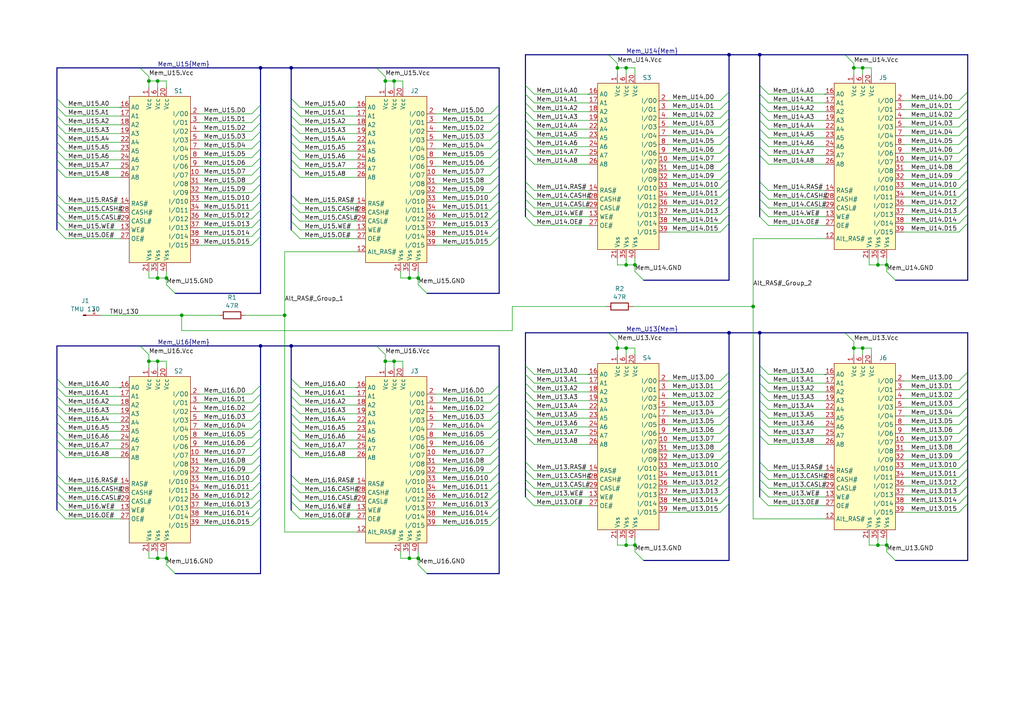
<source format=kicad_sch>
(kicad_sch (version 20230121) (generator eeschema)
  (paper "A4")
  (title_block (title "Diamond Monster 3D RAM Expansion TMU Board") (date "2023-09-15") (company "Jeff Chen"))
  (bus_alias "Mem" (members "Vcc" "GND" "A[0..8]" "D[0..15]" "RAS#" "CASH#" "CASL#" "WE#" "OE#"))
  (junction (at 247.65 100.965))
  (junction (at 45.72 104.775))
  (junction (at 218.44 88.9))
  (junction (at 181.61 19.685))
  (junction (at 184.15 158.115))
  (junction (at 75.565 100.33))
  (junction (at 114.3 104.775))
  (junction (at 220.345 96.52))
  (junction (at 45.72 161.925))
  (junction (at 257.175 76.835))
  (junction (at 121.285 161.925))
  (junction (at 250.19 19.685))
  (junction (at 45.72 80.645))
  (junction (at 84.455 19.685))
  (junction (at 181.61 100.965))
  (junction (at 84.455 100.33))
  (junction (at 179.07 19.685))
  (junction (at 179.07 100.965))
  (junction (at 211.455 15.875))
  (junction (at 181.61 76.835))
  (junction (at 257.175 158.115))
  (junction (at 181.61 158.115))
  (junction (at 111.76 23.495))
  (junction (at 211.455 96.52))
  (junction (at 250.19 100.965))
  (junction (at 118.745 80.645))
  (junction (at 247.65 19.685))
  (junction (at 43.18 104.775))
  (junction (at 111.76 104.775))
  (junction (at 52.705 91.44))
  (junction (at 45.72 23.495))
  (junction (at 48.26 161.925))
  (junction (at 82.55 91.44))
  (junction (at 220.345 15.875))
  (junction (at 184.15 76.835))
  (junction (at 75.565 19.685))
  (junction (at 121.285 80.645))
  (junction (at 118.745 161.925))
  (junction (at 254.635 158.115))
  (junction (at 114.3 23.495))
  (junction (at 254.635 76.835))
  (junction (at 48.26 80.645))
  (junction (at 43.18 23.495))
  (bus_entry (at 40.64 19.685) (size 2.54 2.54))
  (bus_entry (at 142.24 48.26) (size 2.54 -2.54))
  (bus_entry (at 222.885 37.465) (size -2.54 -2.54))
  (bus_entry (at 121.285 163.83) (size 2.54 2.54))
  (bus_entry (at 152.4 32.385) (size 2.54 2.54))
  (bus_entry (at 211.455 26.67) (size -2.54 2.54))
  (bus_entry (at 176.53 96.52) (size 2.54 2.54))
  (bus_entry (at 75.565 149.86) (size -2.54 2.54))
  (bus_entry (at 86.995 66.675) (size -2.54 -2.54))
  (bus_entry (at 142.24 53.34) (size 2.54 -2.54))
  (bus_entry (at 278.13 113.03) (size 2.54 -2.54))
  (bus_entry (at 211.455 118.11) (size -2.54 2.54))
  (bus_entry (at 245.11 15.875) (size 2.54 2.54))
  (bus_entry (at 278.13 146.05) (size 2.54 -2.54))
  (bus_entry (at 278.13 31.75) (size 2.54 -2.54))
  (bus_entry (at 211.455 36.83) (size -2.54 2.54))
  (bus_entry (at 211.455 62.23) (size -2.54 2.54))
  (bus_entry (at 211.455 120.65) (size -2.54 2.54))
  (bus_entry (at 152.4 121.285) (size 2.54 2.54))
  (bus_entry (at 142.24 38.1) (size 2.54 -2.54))
  (bus_entry (at 109.22 19.685) (size 2.54 2.54))
  (bus_entry (at 152.4 40.005) (size 2.54 2.54))
  (bus_entry (at 16.51 33.655) (size 2.54 2.54))
  (bus_entry (at 16.51 59.055) (size 2.54 2.54))
  (bus_entry (at 86.995 31.115) (size -2.54 -2.54))
  (bus_entry (at 278.13 59.69) (size 2.54 -2.54))
  (bus_entry (at 75.565 63.5) (size -2.54 2.54))
  (bus_entry (at 222.885 141.605) (size -2.54 -2.54))
  (bus_entry (at 152.4 141.605) (size 2.54 2.54))
  (bus_entry (at 152.4 118.745) (size 2.54 2.54))
  (bus_entry (at 142.24 129.54) (size 2.54 -2.54))
  (bus_entry (at 75.565 58.42) (size -2.54 2.54))
  (bus_entry (at 152.4 106.045) (size 2.54 2.54))
  (bus_entry (at 16.51 109.855) (size 2.54 2.54))
  (bus_entry (at 142.24 45.72) (size 2.54 -2.54))
  (bus_entry (at 75.565 116.84) (size -2.54 2.54))
  (bus_entry (at 86.995 43.815) (size -2.54 -2.54))
  (bus_entry (at 109.22 100.33) (size 2.54 2.54))
  (bus_entry (at 75.565 132.08) (size -2.54 2.54))
  (bus_entry (at 16.51 36.195) (size 2.54 2.54))
  (bus_entry (at 75.565 40.64) (size -2.54 2.54))
  (bus_entry (at 142.24 127) (size 2.54 -2.54))
  (bus_entry (at 211.455 41.91) (size -2.54 2.54))
  (bus_entry (at 16.51 56.515) (size 2.54 2.54))
  (bus_entry (at 222.885 47.625) (size -2.54 -2.54))
  (bus_entry (at 278.13 52.07) (size 2.54 -2.54))
  (bus_entry (at 211.455 123.19) (size -2.54 2.54))
  (bus_entry (at 278.13 143.51) (size 2.54 -2.54))
  (bus_entry (at 16.51 66.675) (size 2.54 2.54))
  (bus_entry (at 152.4 60.325) (size 2.54 2.54))
  (bus_entry (at 211.455 143.51) (size -2.54 2.54))
  (bus_entry (at 75.565 53.34) (size -2.54 2.54))
  (bus_entry (at 86.995 125.095) (size -2.54 -2.54))
  (bus_entry (at 16.51 137.795) (size 2.54 2.54))
  (bus_entry (at 211.455 140.97) (size -2.54 2.54))
  (bus_entry (at 211.455 133.35) (size -2.54 2.54))
  (bus_entry (at 222.885 60.325) (size -2.54 -2.54))
  (bus_entry (at 222.885 40.005) (size -2.54 -2.54))
  (bus_entry (at 278.13 135.89) (size 2.54 -2.54))
  (bus_entry (at 142.24 137.16) (size 2.54 -2.54))
  (bus_entry (at 142.24 147.32) (size 2.54 -2.54))
  (bus_entry (at 211.455 64.77) (size -2.54 2.54))
  (bus_entry (at 222.885 45.085) (size -2.54 -2.54))
  (bus_entry (at 278.13 41.91) (size 2.54 -2.54))
  (bus_entry (at 278.13 29.21) (size 2.54 -2.54))
  (bus_entry (at 75.565 129.54) (size -2.54 2.54))
  (bus_entry (at 75.565 139.7) (size -2.54 2.54))
  (bus_entry (at 152.4 62.865) (size 2.54 2.54))
  (bus_entry (at 86.995 61.595) (size -2.54 -2.54))
  (bus_entry (at 152.4 144.145) (size 2.54 2.54))
  (bus_entry (at 222.885 55.245) (size -2.54 -2.54))
  (bus_entry (at 75.565 48.26) (size -2.54 2.54))
  (bus_entry (at 278.13 128.27) (size 2.54 -2.54))
  (bus_entry (at 75.565 142.24) (size -2.54 2.54))
  (bus_entry (at 86.995 112.395) (size -2.54 -2.54))
  (bus_entry (at 152.4 29.845) (size 2.54 2.54))
  (bus_entry (at 278.13 44.45) (size 2.54 -2.54))
  (bus_entry (at 142.24 60.96) (size 2.54 -2.54))
  (bus_entry (at 16.51 125.095) (size 2.54 2.54))
  (bus_entry (at 152.4 57.785) (size 2.54 2.54))
  (bus_entry (at 186.69 81.28) (size -2.54 -2.54))
  (bus_entry (at 278.13 34.29) (size 2.54 -2.54))
  (bus_entry (at 86.995 117.475) (size -2.54 -2.54))
  (bus_entry (at 142.24 142.24) (size 2.54 -2.54))
  (bus_entry (at 278.13 110.49) (size 2.54 -2.54))
  (bus_entry (at 86.995 48.895) (size -2.54 -2.54))
  (bus_entry (at 86.995 145.415) (size -2.54 -2.54))
  (bus_entry (at 75.565 30.48) (size -2.54 2.54))
  (bus_entry (at 86.995 132.715) (size -2.54 -2.54))
  (bus_entry (at 50.8 85.09) (size -2.54 -2.54))
  (bus_entry (at 211.455 49.53) (size -2.54 2.54))
  (bus_entry (at 152.4 116.205) (size 2.54 2.54))
  (bus_entry (at 257.175 78.74) (size 2.54 2.54))
  (bus_entry (at 278.13 118.11) (size 2.54 -2.54))
  (bus_entry (at 75.565 147.32) (size -2.54 2.54))
  (bus_entry (at 278.13 62.23) (size 2.54 -2.54))
  (bus_entry (at 86.995 150.495) (size -2.54 -2.54))
  (bus_entry (at 75.565 137.16) (size -2.54 2.54))
  (bus_entry (at 86.995 147.955) (size -2.54 -2.54))
  (bus_entry (at 211.455 115.57) (size -2.54 2.54))
  (bus_entry (at 152.4 37.465) (size 2.54 2.54))
  (bus_entry (at 16.51 117.475) (size 2.54 2.54))
  (bus_entry (at 142.24 134.62) (size 2.54 -2.54))
  (bus_entry (at 211.455 46.99) (size -2.54 2.54))
  (bus_entry (at 86.995 130.175) (size -2.54 -2.54))
  (bus_entry (at 40.64 100.33) (size 2.54 2.54))
  (bus_entry (at 75.565 45.72) (size -2.54 2.54))
  (bus_entry (at 152.4 45.085) (size 2.54 2.54))
  (bus_entry (at 222.885 126.365) (size -2.54 -2.54))
  (bus_entry (at 152.4 126.365) (size 2.54 2.54))
  (bus_entry (at 245.11 96.52) (size 2.54 2.54))
  (bus_entry (at 16.51 130.175) (size 2.54 2.54))
  (bus_entry (at 152.4 55.245) (size 2.54 2.54))
  (bus_entry (at 16.51 140.335) (size 2.54 2.54))
  (bus_entry (at 75.565 55.88) (size -2.54 2.54))
  (bus_entry (at 211.455 59.69) (size -2.54 2.54))
  (bus_entry (at 75.565 66.04) (size -2.54 2.54))
  (bus_entry (at 152.4 111.125) (size 2.54 2.54))
  (bus_entry (at 75.565 124.46) (size -2.54 2.54))
  (bus_entry (at 222.885 118.745) (size -2.54 -2.54))
  (bus_entry (at 211.455 146.05) (size -2.54 2.54))
  (bus_entry (at 211.455 29.21) (size -2.54 2.54))
  (bus_entry (at 86.995 59.055) (size -2.54 -2.54))
  (bus_entry (at 211.455 128.27) (size -2.54 2.54))
  (bus_entry (at 222.885 42.545) (size -2.54 -2.54))
  (bus_entry (at 75.565 68.58) (size -2.54 2.54))
  (bus_entry (at 86.995 33.655) (size -2.54 -2.54))
  (bus_entry (at 142.24 68.58) (size 2.54 -2.54))
  (bus_entry (at 278.13 125.73) (size 2.54 -2.54))
  (bus_entry (at 278.13 54.61) (size 2.54 -2.54))
  (bus_entry (at 75.565 38.1) (size -2.54 2.54))
  (bus_entry (at 152.4 113.665) (size 2.54 2.54))
  (bus_entry (at 16.51 142.875) (size 2.54 2.54))
  (bus_entry (at 222.885 62.865) (size -2.54 -2.54))
  (bus_entry (at 142.24 124.46) (size 2.54 -2.54))
  (bus_entry (at 222.885 34.925) (size -2.54 -2.54))
  (bus_entry (at 152.4 24.765) (size 2.54 2.54))
  (bus_entry (at 86.995 140.335) (size -2.54 -2.54))
  (bus_entry (at 75.565 33.02) (size -2.54 2.54))
  (bus_entry (at 142.24 40.64) (size 2.54 -2.54))
  (bus_entry (at 278.13 138.43) (size 2.54 -2.54))
  (bus_entry (at 142.24 71.12) (size 2.54 -2.54))
  (bus_entry (at 86.995 114.935) (size -2.54 -2.54))
  (bus_entry (at 222.885 128.905) (size -2.54 -2.54))
  (bus_entry (at 86.995 38.735) (size -2.54 -2.54))
  (bus_entry (at 86.995 46.355) (size -2.54 -2.54))
  (bus_entry (at 222.885 29.845) (size -2.54 -2.54))
  (bus_entry (at 211.455 31.75) (size -2.54 2.54))
  (bus_entry (at 278.13 49.53) (size 2.54 -2.54))
  (bus_entry (at 222.885 113.665) (size -2.54 -2.54))
  (bus_entry (at 16.51 112.395) (size 2.54 2.54))
  (bus_entry (at 278.13 67.31) (size 2.54 -2.54))
  (bus_entry (at 278.13 120.65) (size 2.54 -2.54))
  (bus_entry (at 75.565 127) (size -2.54 2.54))
  (bus_entry (at 86.995 120.015) (size -2.54 -2.54))
  (bus_entry (at 211.455 135.89) (size -2.54 2.54))
  (bus_entry (at 211.455 107.95) (size -2.54 2.54))
  (bus_entry (at 222.885 116.205) (size -2.54 -2.54))
  (bus_entry (at 16.51 147.955) (size 2.54 2.54))
  (bus_entry (at 75.565 121.92) (size -2.54 2.54))
  (bus_entry (at 16.51 41.275) (size 2.54 2.54))
  (bus_entry (at 75.565 119.38) (size -2.54 2.54))
  (bus_entry (at 16.51 120.015) (size 2.54 2.54))
  (bus_entry (at 75.565 43.18) (size -2.54 2.54))
  (bus_entry (at 86.995 142.875) (size -2.54 -2.54))
  (bus_entry (at 278.13 148.59) (size 2.54 -2.54))
  (bus_entry (at 142.24 152.4) (size 2.54 -2.54))
  (bus_entry (at 278.13 115.57) (size 2.54 -2.54))
  (bus_entry (at 222.885 27.305) (size -2.54 -2.54))
  (bus_entry (at 152.4 42.545) (size 2.54 2.54))
  (bus_entry (at 142.24 66.04) (size 2.54 -2.54))
  (bus_entry (at 142.24 63.5) (size 2.54 -2.54))
  (bus_entry (at 142.24 139.7) (size 2.54 -2.54))
  (bus_entry (at 86.995 36.195) (size -2.54 -2.54))
  (bus_entry (at 142.24 55.88) (size 2.54 -2.54))
  (bus_entry (at 142.24 116.84) (size 2.54 -2.54))
  (bus_entry (at 142.24 35.56) (size 2.54 -2.54))
  (bus_entry (at 222.885 108.585) (size -2.54 -2.54))
  (bus_entry (at 222.885 111.125) (size -2.54 -2.54))
  (bus_entry (at 86.995 41.275) (size -2.54 -2.54))
  (bus_entry (at 222.885 121.285) (size -2.54 -2.54))
  (bus_entry (at 16.51 127.635) (size 2.54 2.54))
  (bus_entry (at 176.53 15.875) (size 2.54 2.54))
  (bus_entry (at 222.885 32.385) (size -2.54 -2.54))
  (bus_entry (at 16.51 43.815) (size 2.54 2.54))
  (bus_entry (at 16.51 122.555) (size 2.54 2.54))
  (bus_entry (at 50.8 166.37) (size -2.54 -2.54))
  (bus_entry (at 75.565 60.96) (size -2.54 2.54))
  (bus_entry (at 142.24 33.02) (size 2.54 -2.54))
  (bus_entry (at 16.51 46.355) (size 2.54 2.54))
  (bus_entry (at 16.51 31.115) (size 2.54 2.54))
  (bus_entry (at 86.995 69.215) (size -2.54 -2.54))
  (bus_entry (at 278.13 64.77) (size 2.54 -2.54))
  (bus_entry (at 75.565 144.78) (size -2.54 2.54))
  (bus_entry (at 222.885 146.685) (size -2.54 -2.54))
  (bus_entry (at 152.4 133.985) (size 2.54 2.54))
  (bus_entry (at 211.455 52.07) (size -2.54 2.54))
  (bus_entry (at 222.885 65.405) (size -2.54 -2.54))
  (bus_entry (at 152.4 139.065) (size 2.54 2.54))
  (bus_entry (at 142.24 114.3) (size 2.54 -2.54))
  (bus_entry (at 75.565 114.3) (size -2.54 2.54))
  (bus_entry (at 142.24 144.78) (size 2.54 -2.54))
  (bus_entry (at 142.24 58.42) (size 2.54 -2.54))
  (bus_entry (at 278.13 46.99) (size 2.54 -2.54))
  (bus_entry (at 211.455 44.45) (size -2.54 2.54))
  (bus_entry (at 86.995 122.555) (size -2.54 -2.54))
  (bus_entry (at 211.455 54.61) (size -2.54 2.54))
  (bus_entry (at 186.69 162.56) (size -2.54 -2.54))
  (bus_entry (at 152.4 27.305) (size 2.54 2.54))
  (bus_entry (at 75.565 134.62) (size -2.54 2.54))
  (bus_entry (at 142.24 132.08) (size 2.54 -2.54))
  (bus_entry (at 75.565 35.56) (size -2.54 2.54))
  (bus_entry (at 152.4 108.585) (size 2.54 2.54))
  (bus_entry (at 278.13 36.83) (size 2.54 -2.54))
  (bus_entry (at 75.565 50.8) (size -2.54 2.54))
  (bus_entry (at 278.13 123.19) (size 2.54 -2.54))
  (bus_entry (at 16.51 64.135) (size 2.54 2.54))
  (bus_entry (at 222.885 144.145) (size -2.54 -2.54))
  (bus_entry (at 222.885 123.825) (size -2.54 -2.54))
  (bus_entry (at 86.995 51.435) (size -2.54 -2.54))
  (bus_entry (at 16.51 38.735) (size 2.54 2.54))
  (bus_entry (at 121.285 82.55) (size 2.54 2.54))
  (bus_entry (at 278.13 57.15) (size 2.54 -2.54))
  (bus_entry (at 75.565 111.76) (size -2.54 2.54))
  (bus_entry (at 16.51 48.895) (size 2.54 2.54))
  (bus_entry (at 152.4 52.705) (size 2.54 2.54))
  (bus_entry (at 16.51 145.415) (size 2.54 2.54))
  (bus_entry (at 222.885 136.525) (size -2.54 -2.54))
  (bus_entry (at 278.13 130.81) (size 2.54 -2.54))
  (bus_entry (at 211.455 39.37) (size -2.54 2.54))
  (bus_entry (at 16.51 114.935) (size 2.54 2.54))
  (bus_entry (at 211.455 130.81) (size -2.54 2.54))
  (bus_entry (at 211.455 113.03) (size -2.54 2.54))
  (bus_entry (at 142.24 50.8) (size 2.54 -2.54))
  (bus_entry (at 86.995 127.635) (size -2.54 -2.54))
  (bus_entry (at 211.455 57.15) (size -2.54 2.54))
  (bus_entry (at 257.175 160.02) (size 2.54 2.54))
  (bus_entry (at 278.13 140.97) (size 2.54 -2.54))
  (bus_entry (at 222.885 139.065) (size -2.54 -2.54))
  (bus_entry (at 152.4 34.925) (size 2.54 2.54))
  (bus_entry (at 142.24 121.92) (size 2.54 -2.54))
  (bus_entry (at 278.13 39.37) (size 2.54 -2.54))
  (bus_entry (at 222.885 57.785) (size -2.54 -2.54))
  (bus_entry (at 16.51 61.595) (size 2.54 2.54))
  (bus_entry (at 142.24 119.38) (size 2.54 -2.54))
  (bus_entry (at 211.455 138.43) (size -2.54 2.54))
  (bus_entry (at 278.13 133.35) (size 2.54 -2.54))
  (bus_entry (at 152.4 136.525) (size 2.54 2.54))
  (bus_entry (at 211.455 34.29) (size -2.54 2.54))
  (bus_entry (at 211.455 110.49) (size -2.54 2.54))
  (bus_entry (at 152.4 123.825) (size 2.54 2.54))
  (bus_entry (at 142.24 43.18) (size 2.54 -2.54))
  (bus_entry (at 142.24 149.86) (size 2.54 -2.54))
  (bus_entry (at 16.51 28.575) (size 2.54 2.54))
  (bus_entry (at 86.995 64.135) (size -2.54 -2.54))
  (bus_entry (at 211.455 125.73) (size -2.54 2.54))
  (wire (pts (xy 193.675 31.75) (xy 208.915 31.75)))
  (bus (pts (xy 144.78 134.62) (xy 144.78 137.16)))
  (bus (pts (xy 144.78 66.04) (xy 144.78 68.58)))
  (bus (pts (xy 75.565 139.7) (xy 75.565 142.24)))
  (wire (pts (xy 179.07 158.115) (xy 181.61 158.115)))
  (bus (pts (xy 211.455 96.52) (xy 211.455 107.95)))
  (wire (pts (xy 142.24 152.4) (xy 126.365 152.4)))
  (wire (pts (xy 193.675 64.77) (xy 208.915 64.77)))
  (wire (pts (xy 111.76 104.775) (xy 111.76 106.68)))
  (wire (pts (xy 86.995 69.215) (xy 103.505 69.215)))
  (bus (pts (xy 16.51 46.355) (xy 16.51 48.895)))
  (bus (pts (xy 152.4 123.825) (xy 152.4 126.365)))
  (bus (pts (xy 144.78 38.1) (xy 144.78 40.64)))
  (wire (pts (xy 179.07 156.21) (xy 179.07 158.115)))
  (wire (pts (xy 193.675 52.07) (xy 208.915 52.07)))
  (wire (pts (xy 19.05 120.015) (xy 34.925 120.015)))
  (wire (pts (xy 193.675 143.51) (xy 208.915 143.51)))
  (bus (pts (xy 152.4 34.925) (xy 152.4 37.465)))
  (wire (pts (xy 193.675 135.89) (xy 208.915 135.89)))
  (wire (pts (xy 154.94 27.305) (xy 170.815 27.305)))
  (wire (pts (xy 45.72 104.775) (xy 45.72 106.68)))
  (wire (pts (xy 57.785 121.92) (xy 73.025 121.92)))
  (bus (pts (xy 16.51 140.335) (xy 16.51 142.875)))
  (wire (pts (xy 142.24 137.16) (xy 126.365 137.16)))
  (wire (pts (xy 247.65 99.06) (xy 247.65 100.965)))
  (wire (pts (xy 154.94 116.205) (xy 170.815 116.205)))
  (bus (pts (xy 144.78 60.96) (xy 144.78 63.5)))
  (bus (pts (xy 211.455 133.35) (xy 211.455 135.89)))
  (wire (pts (xy 184.15 158.115) (xy 184.15 160.02)))
  (wire (pts (xy 222.885 32.385) (xy 239.395 32.385)))
  (wire (pts (xy 43.18 102.87) (xy 43.18 104.775)))
  (wire (pts (xy 154.94 55.245) (xy 170.815 55.245)))
  (bus (pts (xy 75.565 114.3) (xy 75.565 116.84)))
  (bus (pts (xy 220.345 111.125) (xy 220.345 113.665)))
  (bus (pts (xy 280.67 59.69) (xy 280.67 62.23)))
  (bus (pts (xy 84.455 100.33) (xy 84.455 109.855)))
  (wire (pts (xy 142.24 114.3) (xy 126.365 114.3)))
  (wire (pts (xy 86.995 51.435) (xy 103.505 51.435)))
  (wire (pts (xy 86.995 120.015) (xy 103.505 120.015)))
  (wire (pts (xy 154.94 111.125) (xy 170.815 111.125)))
  (bus (pts (xy 144.78 114.3) (xy 144.78 116.84)))
  (wire (pts (xy 222.885 29.845) (xy 239.395 29.845)))
  (wire (pts (xy 154.94 123.825) (xy 170.815 123.825)))
  (wire (pts (xy 222.885 65.405) (xy 239.395 65.405)))
  (bus (pts (xy 84.455 125.095) (xy 84.455 127.635)))
  (wire (pts (xy 48.26 23.495) (xy 48.26 25.4)))
  (wire (pts (xy 222.885 111.125) (xy 239.395 111.125)))
  (bus (pts (xy 144.78 35.56) (xy 144.78 38.1)))
  (bus (pts (xy 280.67 107.95) (xy 280.67 110.49)))
  (wire (pts (xy 116.205 78.74) (xy 116.205 80.645)))
  (wire (pts (xy 247.65 100.965) (xy 247.65 102.87)))
  (wire (pts (xy 179.07 19.685) (xy 181.61 19.685)))
  (wire (pts (xy 154.94 60.325) (xy 170.815 60.325)))
  (wire (pts (xy 193.675 118.11) (xy 208.915 118.11)))
  (wire (pts (xy 154.94 40.005) (xy 170.815 40.005)))
  (wire (pts (xy 142.24 50.8) (xy 126.365 50.8)))
  (bus (pts (xy 152.4 133.985) (xy 152.4 136.525)))
  (bus (pts (xy 16.51 117.475) (xy 16.51 120.015)))
  (bus (pts (xy 144.78 100.33) (xy 144.78 111.76)))
  (wire (pts (xy 121.285 80.645) (xy 121.285 82.55)))
  (bus (pts (xy 211.455 15.875) (xy 220.345 15.875)))
  (wire (pts (xy 179.07 100.965) (xy 181.61 100.965)))
  (wire (pts (xy 193.675 120.65) (xy 208.915 120.65)))
  (bus (pts (xy 280.67 125.73) (xy 280.67 128.27)))
  (bus (pts (xy 220.345 52.705) (xy 220.345 55.245)))
  (bus (pts (xy 84.455 127.635) (xy 84.455 130.175)))
  (bus (pts (xy 280.67 143.51) (xy 280.67 146.05)))
  (wire (pts (xy 257.175 158.115) (xy 257.175 160.02)))
  (wire (pts (xy 179.07 100.965) (xy 179.07 102.87)))
  (wire (pts (xy 118.745 80.645) (xy 121.285 80.645)))
  (bus (pts (xy 152.4 141.605) (xy 152.4 144.145)))
  (bus (pts (xy 152.4 136.525) (xy 152.4 139.065)))
  (bus (pts (xy 144.78 30.48) (xy 144.78 33.02)))
  (wire (pts (xy 154.94 34.925) (xy 170.815 34.925)))
  (wire (pts (xy 45.72 104.775) (xy 48.26 104.775)))
  (bus (pts (xy 220.345 108.585) (xy 220.345 111.125)))
  (wire (pts (xy 52.705 91.44) (xy 52.705 95.885)))
  (wire (pts (xy 193.675 54.61) (xy 208.915 54.61)))
  (wire (pts (xy 142.24 48.26) (xy 126.365 48.26)))
  (bus (pts (xy 144.78 63.5) (xy 144.78 66.04)))
  (wire (pts (xy 193.675 115.57) (xy 208.915 115.57)))
  (bus (pts (xy 280.67 110.49) (xy 280.67 113.03)))
  (wire (pts (xy 193.675 67.31) (xy 208.915 67.31)))
  (bus (pts (xy 75.565 111.76) (xy 75.565 114.3)))
  (bus (pts (xy 16.51 41.275) (xy 16.51 43.815)))
  (wire (pts (xy 57.785 114.3) (xy 73.025 114.3)))
  (wire (pts (xy 19.05 112.395) (xy 34.925 112.395)))
  (bus (pts (xy 123.825 85.09) (xy 144.78 85.09)))
  (bus (pts (xy 211.455 107.95) (xy 211.455 110.49)))
  (bus (pts (xy 144.78 45.72) (xy 144.78 48.26)))
  (bus (pts (xy 220.345 29.845) (xy 220.345 32.385)))
  (wire (pts (xy 19.05 114.935) (xy 34.925 114.935)))
  (bus (pts (xy 152.4 24.765) (xy 152.4 27.305)))
  (wire (pts (xy 52.705 95.885) (xy 148.59 95.885)))
  (bus (pts (xy 75.565 147.32) (xy 75.565 149.86)))
  (wire (pts (xy 82.55 73.025) (xy 103.505 73.025)))
  (bus (pts (xy 75.565 121.92) (xy 75.565 124.46)))
  (bus (pts (xy 280.67 138.43) (xy 280.67 140.97)))
  (wire (pts (xy 19.05 38.735) (xy 34.925 38.735)))
  (wire (pts (xy 142.24 144.78) (xy 126.365 144.78)))
  (wire (pts (xy 278.13 67.31) (xy 262.255 67.31)))
  (wire (pts (xy 193.675 29.21) (xy 208.915 29.21)))
  (wire (pts (xy 57.785 40.64) (xy 73.025 40.64)))
  (bus (pts (xy 16.51 59.055) (xy 16.51 61.595)))
  (bus (pts (xy 16.51 28.575) (xy 16.51 31.115)))
  (wire (pts (xy 19.05 145.415) (xy 34.925 145.415)))
  (bus (pts (xy 176.53 15.875) (xy 211.455 15.875)))
  (wire (pts (xy 222.885 108.585) (xy 239.395 108.585)))
  (wire (pts (xy 222.885 126.365) (xy 239.395 126.365)))
  (wire (pts (xy 19.05 150.495) (xy 34.925 150.495)))
  (bus (pts (xy 75.565 124.46) (xy 75.565 127)))
  (wire (pts (xy 19.05 59.055) (xy 34.925 59.055)))
  (bus (pts (xy 144.78 144.78) (xy 144.78 147.32)))
  (bus (pts (xy 16.51 109.855) (xy 16.51 112.395)))
  (wire (pts (xy 193.675 41.91) (xy 208.915 41.91)))
  (bus (pts (xy 211.455 57.15) (xy 211.455 59.69)))
  (wire (pts (xy 222.885 34.925) (xy 239.395 34.925)))
  (wire (pts (xy 250.19 100.965) (xy 252.73 100.965)))
  (bus (pts (xy 84.455 38.735) (xy 84.455 41.275)))
  (wire (pts (xy 250.19 100.965) (xy 250.19 102.87)))
  (bus (pts (xy 84.455 56.515) (xy 84.455 59.055)))
  (bus (pts (xy 152.4 121.285) (xy 152.4 123.825)))
  (bus (pts (xy 211.455 125.73) (xy 211.455 128.27)))
  (wire (pts (xy 57.785 48.26) (xy 73.025 48.26)))
  (bus (pts (xy 40.64 100.33) (xy 75.565 100.33)))
  (wire (pts (xy 118.745 78.74) (xy 118.745 80.645)))
  (wire (pts (xy 278.13 31.75) (xy 262.255 31.75)))
  (bus (pts (xy 123.825 166.37) (xy 144.78 166.37)))
  (bus (pts (xy 280.67 41.91) (xy 280.67 44.45)))
  (bus (pts (xy 220.345 126.365) (xy 220.345 133.985)))
  (bus (pts (xy 16.51 122.555) (xy 16.51 125.095)))
  (wire (pts (xy 181.61 100.965) (xy 184.15 100.965)))
  (bus (pts (xy 211.455 44.45) (xy 211.455 46.99)))
  (bus (pts (xy 280.67 118.11) (xy 280.67 120.65)))
  (bus (pts (xy 16.51 56.515) (xy 16.51 59.055)))
  (wire (pts (xy 247.65 100.965) (xy 250.19 100.965)))
  (wire (pts (xy 48.26 161.925) (xy 48.26 160.02)))
  (bus (pts (xy 280.67 62.23) (xy 280.67 64.77)))
  (bus (pts (xy 84.455 19.685) (xy 84.455 28.575)))
  (bus (pts (xy 152.4 40.005) (xy 152.4 42.545)))
  (bus (pts (xy 16.51 48.895) (xy 16.51 56.515)))
  (wire (pts (xy 57.785 147.32) (xy 73.025 147.32)))
  (bus (pts (xy 75.565 50.8) (xy 75.565 53.34)))
  (wire (pts (xy 278.13 36.83) (xy 262.255 36.83)))
  (bus (pts (xy 176.53 96.52) (xy 211.455 96.52)))
  (wire (pts (xy 19.05 36.195) (xy 34.925 36.195)))
  (wire (pts (xy 278.13 41.91) (xy 262.255 41.91)))
  (bus (pts (xy 75.565 40.64) (xy 75.565 43.18)))
  (bus (pts (xy 211.455 15.875) (xy 211.455 26.67)))
  (bus (pts (xy 84.455 100.33) (xy 109.22 100.33)))
  (wire (pts (xy 278.13 46.99) (xy 262.255 46.99)))
  (bus (pts (xy 220.345 123.825) (xy 220.345 126.365)))
  (wire (pts (xy 252.095 74.93) (xy 252.095 76.835)))
  (bus (pts (xy 75.565 33.02) (xy 75.565 35.56)))
  (wire (pts (xy 116.205 160.02) (xy 116.205 161.925)))
  (wire (pts (xy 19.05 41.275) (xy 34.925 41.275)))
  (bus (pts (xy 211.455 135.89) (xy 211.455 138.43)))
  (bus (pts (xy 220.345 106.045) (xy 220.345 108.585)))
  (bus (pts (xy 16.51 109.855) (xy 16.51 100.33)))
  (wire (pts (xy 121.285 161.925) (xy 121.285 163.83)))
  (wire (pts (xy 154.94 146.685) (xy 170.815 146.685)))
  (wire (pts (xy 86.995 59.055) (xy 103.505 59.055)))
  (wire (pts (xy 154.94 29.845) (xy 170.815 29.845)))
  (wire (pts (xy 142.24 129.54) (xy 126.365 129.54)))
  (wire (pts (xy 142.24 127) (xy 126.365 127)))
  (wire (pts (xy 19.05 147.955) (xy 34.925 147.955)))
  (bus (pts (xy 144.78 43.18) (xy 144.78 45.72)))
  (wire (pts (xy 57.785 53.34) (xy 73.025 53.34)))
  (wire (pts (xy 184.15 76.835) (xy 184.15 78.74)))
  (wire (pts (xy 278.13 54.61) (xy 262.255 54.61)))
  (wire (pts (xy 57.785 45.72) (xy 73.025 45.72)))
  (bus (pts (xy 152.4 60.325) (xy 152.4 62.865)))
  (bus (pts (xy 75.565 100.33) (xy 84.455 100.33)))
  (bus (pts (xy 211.455 140.97) (xy 211.455 143.51)))
  (wire (pts (xy 142.24 147.32) (xy 126.365 147.32)))
  (wire (pts (xy 86.995 125.095) (xy 103.505 125.095)))
  (bus (pts (xy 152.4 108.585) (xy 152.4 111.125)))
  (wire (pts (xy 247.65 19.685) (xy 247.65 21.59)))
  (wire (pts (xy 57.785 60.96) (xy 73.025 60.96)))
  (wire (pts (xy 118.745 160.02) (xy 118.745 161.925)))
  (wire (pts (xy 193.675 138.43) (xy 208.915 138.43)))
  (wire (pts (xy 86.995 43.815) (xy 103.505 43.815)))
  (wire (pts (xy 278.13 128.27) (xy 262.255 128.27)))
  (wire (pts (xy 114.3 23.495) (xy 114.3 25.4)))
  (wire (pts (xy 184.15 100.965) (xy 184.15 102.87)))
  (bus (pts (xy 220.345 136.525) (xy 220.345 139.065)))
  (wire (pts (xy 43.18 22.225) (xy 43.18 23.495)))
  (wire (pts (xy 222.885 47.625) (xy 239.395 47.625)))
  (wire (pts (xy 82.55 154.305) (xy 103.505 154.305)))
  (bus (pts (xy 152.4 116.205) (xy 152.4 118.745)))
  (bus (pts (xy 152.4 27.305) (xy 152.4 29.845)))
  (wire (pts (xy 222.885 121.285) (xy 239.395 121.285)))
  (wire (pts (xy 252.095 156.21) (xy 252.095 158.115)))
  (wire (pts (xy 193.675 128.27) (xy 208.915 128.27)))
  (bus (pts (xy 144.78 149.86) (xy 144.78 166.37)))
  (bus (pts (xy 144.78 111.76) (xy 144.78 114.3)))
  (bus (pts (xy 280.67 54.61) (xy 280.67 57.15)))
  (wire (pts (xy 278.13 125.73) (xy 262.255 125.73)))
  (bus (pts (xy 211.455 64.77) (xy 211.455 81.28)))
  (bus (pts (xy 152.4 24.765) (xy 152.4 15.875)))
  (bus (pts (xy 152.4 113.665) (xy 152.4 116.205)))
  (wire (pts (xy 193.675 110.49) (xy 208.915 110.49)))
  (wire (pts (xy 86.995 130.175) (xy 103.505 130.175)))
  (wire (pts (xy 82.55 73.025) (xy 82.55 91.44)))
  (wire (pts (xy 218.44 69.215) (xy 218.44 88.9)))
  (wire (pts (xy 222.885 128.905) (xy 239.395 128.905)))
  (wire (pts (xy 142.24 142.24) (xy 126.365 142.24)))
  (wire (pts (xy 19.05 64.135) (xy 34.925 64.135)))
  (wire (pts (xy 57.785 129.54) (xy 73.025 129.54)))
  (bus (pts (xy 84.455 130.175) (xy 84.455 137.795)))
  (bus (pts (xy 84.455 41.275) (xy 84.455 43.815)))
  (bus (pts (xy 16.51 112.395) (xy 16.51 114.935)))
  (bus (pts (xy 75.565 66.04) (xy 75.565 68.58)))
  (bus (pts (xy 16.51 36.195) (xy 16.51 38.735)))
  (bus (pts (xy 211.455 118.11) (xy 211.455 120.65)))
  (wire (pts (xy 142.24 121.92) (xy 126.365 121.92)))
  (wire (pts (xy 252.095 76.835) (xy 254.635 76.835)))
  (bus (pts (xy 84.455 43.815) (xy 84.455 46.355)))
  (wire (pts (xy 86.995 33.655) (xy 103.505 33.655)))
  (bus (pts (xy 84.455 59.055) (xy 84.455 61.595)))
  (wire (pts (xy 278.13 115.57) (xy 262.255 115.57)))
  (bus (pts (xy 144.78 48.26) (xy 144.78 50.8)))
  (wire (pts (xy 184.15 19.685) (xy 184.15 21.59)))
  (bus (pts (xy 211.455 128.27) (xy 211.455 130.81)))
  (bus (pts (xy 211.455 39.37) (xy 211.455 41.91)))
  (wire (pts (xy 154.94 118.745) (xy 170.815 118.745)))
  (wire (pts (xy 222.885 37.465) (xy 239.395 37.465)))
  (wire (pts (xy 86.995 142.875) (xy 103.505 142.875)))
  (bus (pts (xy 16.51 137.795) (xy 16.51 140.335)))
  (bus (pts (xy 280.67 130.81) (xy 280.67 133.35)))
  (bus (pts (xy 16.51 127.635) (xy 16.51 130.175)))
  (wire (pts (xy 71.12 91.44) (xy 82.55 91.44)))
  (bus (pts (xy 211.455 110.49) (xy 211.455 113.03)))
  (wire (pts (xy 193.675 130.81) (xy 208.915 130.81)))
  (wire (pts (xy 154.94 144.145) (xy 170.815 144.145)))
  (wire (pts (xy 19.05 31.115) (xy 34.925 31.115)))
  (bus (pts (xy 152.4 15.875) (xy 176.53 15.875)))
  (wire (pts (xy 254.635 158.115) (xy 257.175 158.115)))
  (wire (pts (xy 19.05 43.815) (xy 34.925 43.815)))
  (wire (pts (xy 222.885 42.545) (xy 239.395 42.545)))
  (wire (pts (xy 57.785 55.88) (xy 73.025 55.88)))
  (wire (pts (xy 121.285 80.645) (xy 121.285 78.74)))
  (wire (pts (xy 111.76 102.87) (xy 111.76 104.775)))
  (bus (pts (xy 144.78 142.24) (xy 144.78 144.78)))
  (bus (pts (xy 280.67 123.19) (xy 280.67 125.73)))
  (wire (pts (xy 86.995 150.495) (xy 103.505 150.495)))
  (bus (pts (xy 280.67 26.67) (xy 280.67 29.21)))
  (wire (pts (xy 278.13 59.69) (xy 262.255 59.69)))
  (wire (pts (xy 278.13 110.49) (xy 262.255 110.49)))
  (bus (pts (xy 211.455 34.29) (xy 211.455 36.83)))
  (bus (pts (xy 16.51 61.595) (xy 16.51 64.135)))
  (bus (pts (xy 50.8 166.37) (xy 75.565 166.37)))
  (wire (pts (xy 43.18 161.925) (xy 45.72 161.925)))
  (wire (pts (xy 19.05 130.175) (xy 34.925 130.175)))
  (wire (pts (xy 86.995 36.195) (xy 103.505 36.195)))
  (bus (pts (xy 16.51 19.685) (xy 40.64 19.685)))
  (wire (pts (xy 278.13 138.43) (xy 262.255 138.43)))
  (bus (pts (xy 280.67 52.07) (xy 280.67 54.61)))
  (wire (pts (xy 19.05 132.715) (xy 34.925 132.715)))
  (wire (pts (xy 86.995 132.715) (xy 103.505 132.715)))
  (wire (pts (xy 254.635 74.93) (xy 254.635 76.835)))
  (wire (pts (xy 57.785 50.8) (xy 73.025 50.8)))
  (wire (pts (xy 183.515 88.9) (xy 218.44 88.9)))
  (wire (pts (xy 57.785 149.86) (xy 73.025 149.86)))
  (bus (pts (xy 144.78 19.685) (xy 144.78 30.48)))
  (wire (pts (xy 154.94 141.605) (xy 170.815 141.605)))
  (bus (pts (xy 220.345 34.925) (xy 220.345 37.465)))
  (wire (pts (xy 86.995 61.595) (xy 103.505 61.595)))
  (wire (pts (xy 278.13 133.35) (xy 262.255 133.35)))
  (bus (pts (xy 280.67 133.35) (xy 280.67 135.89)))
  (wire (pts (xy 278.13 135.89) (xy 262.255 135.89)))
  (wire (pts (xy 142.24 124.46) (xy 126.365 124.46)))
  (bus (pts (xy 152.4 29.845) (xy 152.4 32.385)))
  (bus (pts (xy 144.78 124.46) (xy 144.78 127)))
  (wire (pts (xy 193.675 146.05) (xy 208.915 146.05)))
  (wire (pts (xy 29.21 91.44) (xy 52.705 91.44)))
  (bus (pts (xy 144.78 40.64) (xy 144.78 43.18)))
  (bus (pts (xy 220.345 139.065) (xy 220.345 141.605)))
  (wire (pts (xy 278.13 130.81) (xy 262.255 130.81)))
  (wire (pts (xy 116.205 161.925) (xy 118.745 161.925)))
  (wire (pts (xy 154.94 42.545) (xy 170.815 42.545)))
  (bus (pts (xy 211.455 62.23) (xy 211.455 64.77)))
  (bus (pts (xy 220.345 96.52) (xy 220.345 106.045)))
  (bus (pts (xy 220.345 32.385) (xy 220.345 34.925)))
  (bus (pts (xy 75.565 134.62) (xy 75.565 137.16)))
  (bus (pts (xy 75.565 19.685) (xy 75.565 30.48)))
  (wire (pts (xy 193.675 140.97) (xy 208.915 140.97)))
  (wire (pts (xy 19.05 33.655) (xy 34.925 33.655)))
  (bus (pts (xy 280.67 29.21) (xy 280.67 31.75)))
  (wire (pts (xy 254.635 156.21) (xy 254.635 158.115)))
  (wire (pts (xy 57.785 116.84) (xy 73.025 116.84)))
  (wire (pts (xy 86.995 127.635) (xy 103.505 127.635)))
  (wire (pts (xy 278.13 140.97) (xy 262.255 140.97)))
  (bus (pts (xy 144.78 53.34) (xy 144.78 55.88)))
  (wire (pts (xy 193.675 36.83) (xy 208.915 36.83)))
  (bus (pts (xy 152.4 111.125) (xy 152.4 113.665)))
  (bus (pts (xy 84.455 122.555) (xy 84.455 125.095)))
  (bus (pts (xy 220.345 42.545) (xy 220.345 45.085)))
  (bus (pts (xy 211.455 96.52) (xy 220.345 96.52)))
  (bus (pts (xy 220.345 24.765) (xy 220.345 27.305)))
  (wire (pts (xy 57.785 33.02) (xy 73.025 33.02)))
  (wire (pts (xy 278.13 120.65) (xy 262.255 120.65)))
  (wire (pts (xy 142.24 33.02) (xy 126.365 33.02)))
  (wire (pts (xy 278.13 44.45) (xy 262.255 44.45)))
  (bus (pts (xy 211.455 41.91) (xy 211.455 44.45)))
  (wire (pts (xy 218.44 88.9) (xy 218.44 150.495)))
  (wire (pts (xy 86.995 38.735) (xy 103.505 38.735)))
  (wire (pts (xy 57.785 58.42) (xy 73.025 58.42)))
  (wire (pts (xy 247.65 19.685) (xy 250.19 19.685)))
  (wire (pts (xy 86.995 64.135) (xy 103.505 64.135)))
  (bus (pts (xy 152.4 42.545) (xy 152.4 45.085)))
  (bus (pts (xy 144.78 147.32) (xy 144.78 149.86)))
  (wire (pts (xy 52.705 91.44) (xy 63.5 91.44)))
  (bus (pts (xy 280.67 128.27) (xy 280.67 130.81)))
  (wire (pts (xy 154.94 57.785) (xy 170.815 57.785)))
  (wire (pts (xy 57.785 119.38) (xy 73.025 119.38)))
  (bus (pts (xy 259.715 162.56) (xy 280.67 162.56)))
  (wire (pts (xy 222.885 123.825) (xy 239.395 123.825)))
  (wire (pts (xy 222.885 139.065) (xy 239.395 139.065)))
  (wire (pts (xy 222.885 144.145) (xy 239.395 144.145)))
  (wire (pts (xy 19.05 127.635) (xy 34.925 127.635)))
  (wire (pts (xy 45.72 80.645) (xy 48.26 80.645)))
  (wire (pts (xy 154.94 136.525) (xy 170.815 136.525)))
  (bus (pts (xy 144.78 132.08) (xy 144.78 134.62)))
  (wire (pts (xy 193.675 62.23) (xy 208.915 62.23)))
  (wire (pts (xy 48.26 104.775) (xy 48.26 106.68)))
  (wire (pts (xy 193.675 133.35) (xy 208.915 133.35)))
  (bus (pts (xy 75.565 43.18) (xy 75.565 45.72)))
  (wire (pts (xy 45.72 161.925) (xy 48.26 161.925)))
  (wire (pts (xy 57.785 134.62) (xy 73.025 134.62)))
  (wire (pts (xy 111.76 22.225) (xy 111.76 23.495)))
  (wire (pts (xy 57.785 152.4) (xy 73.025 152.4)))
  (bus (pts (xy 144.78 121.92) (xy 144.78 124.46)))
  (bus (pts (xy 144.78 58.42) (xy 144.78 60.96)))
  (bus (pts (xy 280.67 46.99) (xy 280.67 49.53)))
  (bus (pts (xy 211.455 31.75) (xy 211.455 34.29)))
  (wire (pts (xy 193.675 34.29) (xy 208.915 34.29)))
  (wire (pts (xy 116.84 23.495) (xy 116.84 25.4)))
  (wire (pts (xy 154.94 62.865) (xy 170.815 62.865)))
  (wire (pts (xy 222.885 62.865) (xy 239.395 62.865)))
  (bus (pts (xy 220.345 57.785) (xy 220.345 60.325)))
  (bus (pts (xy 280.67 113.03) (xy 280.67 115.57)))
  (wire (pts (xy 57.785 66.04) (xy 73.025 66.04)))
  (bus (pts (xy 75.565 38.1) (xy 75.565 40.64)))
  (wire (pts (xy 148.59 88.9) (xy 175.895 88.9)))
  (bus (pts (xy 280.67 146.05) (xy 280.67 162.56)))
  (wire (pts (xy 154.94 113.665) (xy 170.815 113.665)))
  (bus (pts (xy 75.565 53.34) (xy 75.565 55.88)))
  (wire (pts (xy 148.59 88.9) (xy 148.59 95.885)))
  (bus (pts (xy 220.345 15.875) (xy 220.345 24.765)))
  (wire (pts (xy 142.24 60.96) (xy 126.365 60.96)))
  (wire (pts (xy 43.18 104.775) (xy 45.72 104.775)))
  (wire (pts (xy 247.65 18.415) (xy 247.65 19.685)))
  (wire (pts (xy 118.745 161.925) (xy 121.285 161.925)))
  (bus (pts (xy 211.455 146.05) (xy 211.455 162.56)))
  (bus (pts (xy 152.4 126.365) (xy 152.4 133.985)))
  (wire (pts (xy 278.13 123.19) (xy 262.255 123.19)))
  (wire (pts (xy 154.94 32.385) (xy 170.815 32.385)))
  (bus (pts (xy 152.4 52.705) (xy 152.4 55.245)))
  (wire (pts (xy 222.885 141.605) (xy 239.395 141.605)))
  (bus (pts (xy 211.455 59.69) (xy 211.455 62.23)))
  (wire (pts (xy 252.095 158.115) (xy 254.635 158.115)))
  (wire (pts (xy 111.76 23.495) (xy 111.76 25.4)))
  (bus (pts (xy 144.78 127) (xy 144.78 129.54)))
  (wire (pts (xy 193.675 125.73) (xy 208.915 125.73)))
  (bus (pts (xy 152.4 32.385) (xy 152.4 34.925)))
  (wire (pts (xy 184.15 76.835) (xy 184.15 74.93)))
  (wire (pts (xy 57.785 132.08) (xy 73.025 132.08)))
  (bus (pts (xy 280.67 31.75) (xy 280.67 34.29)))
  (bus (pts (xy 75.565 119.38) (xy 75.565 121.92)))
  (bus (pts (xy 186.69 81.28) (xy 211.455 81.28)))
  (wire (pts (xy 278.13 39.37) (xy 262.255 39.37)))
  (wire (pts (xy 193.675 113.03) (xy 208.915 113.03)))
  (wire (pts (xy 142.24 68.58) (xy 126.365 68.58)))
  (wire (pts (xy 154.94 45.085) (xy 170.815 45.085)))
  (bus (pts (xy 40.64 19.685) (xy 75.565 19.685)))
  (bus (pts (xy 144.78 119.38) (xy 144.78 121.92)))
  (wire (pts (xy 142.24 149.86) (xy 126.365 149.86)))
  (bus (pts (xy 75.565 19.685) (xy 84.455 19.685)))
  (wire (pts (xy 222.885 55.245) (xy 239.395 55.245)))
  (bus (pts (xy 84.455 112.395) (xy 84.455 114.935)))
  (wire (pts (xy 142.24 40.64) (xy 126.365 40.64)))
  (wire (pts (xy 193.675 44.45) (xy 208.915 44.45)))
  (bus (pts (xy 144.78 33.02) (xy 144.78 35.56)))
  (wire (pts (xy 222.885 45.085) (xy 239.395 45.085)))
  (bus (pts (xy 211.455 120.65) (xy 211.455 123.19)))
  (wire (pts (xy 114.3 23.495) (xy 116.84 23.495)))
  (bus (pts (xy 75.565 100.33) (xy 75.565 111.76)))
  (bus (pts (xy 109.22 19.685) (xy 144.78 19.685)))
  (bus (pts (xy 75.565 116.84) (xy 75.565 119.38)))
  (wire (pts (xy 154.94 37.465) (xy 170.815 37.465)))
  (bus (pts (xy 75.565 137.16) (xy 75.565 139.7)))
  (bus (pts (xy 144.78 116.84) (xy 144.78 119.38)))
  (wire (pts (xy 181.61 19.685) (xy 184.15 19.685)))
  (wire (pts (xy 19.05 140.335) (xy 34.925 140.335)))
  (bus (pts (xy 144.78 68.58) (xy 144.78 85.09)))
  (wire (pts (xy 278.13 49.53) (xy 262.255 49.53)))
  (wire (pts (xy 154.94 108.585) (xy 170.815 108.585)))
  (wire (pts (xy 193.675 57.15) (xy 208.915 57.15)))
  (wire (pts (xy 142.24 139.7) (xy 126.365 139.7)))
  (bus (pts (xy 280.67 57.15) (xy 280.67 59.69)))
  (bus (pts (xy 220.345 116.205) (xy 220.345 118.745)))
  (wire (pts (xy 252.73 19.685) (xy 252.73 21.59)))
  (bus (pts (xy 84.455 31.115) (xy 84.455 33.655)))
  (wire (pts (xy 43.18 78.74) (xy 43.18 80.645)))
  (wire (pts (xy 193.675 46.99) (xy 208.915 46.99)))
  (wire (pts (xy 193.675 123.19) (xy 208.915 123.19)))
  (bus (pts (xy 109.22 100.33) (xy 144.78 100.33)))
  (bus (pts (xy 211.455 26.67) (xy 211.455 29.21)))
  (wire (pts (xy 278.13 57.15) (xy 262.255 57.15)))
  (bus (pts (xy 16.51 100.33) (xy 40.64 100.33)))
  (wire (pts (xy 86.995 66.675) (xy 103.505 66.675)))
  (wire (pts (xy 57.785 68.58) (xy 73.025 68.58)))
  (wire (pts (xy 142.24 66.04) (xy 126.365 66.04)))
  (bus (pts (xy 211.455 36.83) (xy 211.455 39.37)))
  (wire (pts (xy 142.24 132.08) (xy 126.365 132.08)))
  (wire (pts (xy 19.05 125.095) (xy 34.925 125.095)))
  (bus (pts (xy 75.565 68.58) (xy 75.565 85.09)))
  (bus (pts (xy 245.11 15.875) (xy 280.67 15.875)))
  (bus (pts (xy 211.455 49.53) (xy 211.455 52.07)))
  (wire (pts (xy 19.05 122.555) (xy 34.925 122.555)))
  (wire (pts (xy 142.24 71.12) (xy 126.365 71.12)))
  (wire (pts (xy 111.76 104.775) (xy 114.3 104.775)))
  (wire (pts (xy 193.675 148.59) (xy 208.915 148.59)))
  (bus (pts (xy 84.455 142.875) (xy 84.455 145.415)))
  (wire (pts (xy 57.785 43.18) (xy 73.025 43.18)))
  (bus (pts (xy 75.565 60.96) (xy 75.565 63.5)))
  (wire (pts (xy 82.55 91.44) (xy 82.55 154.305)))
  (bus (pts (xy 16.51 125.095) (xy 16.51 127.635)))
  (bus (pts (xy 280.67 34.29) (xy 280.67 36.83)))
  (wire (pts (xy 181.61 100.965) (xy 181.61 102.87)))
  (bus (pts (xy 280.67 135.89) (xy 280.67 138.43)))
  (wire (pts (xy 19.05 61.595) (xy 34.925 61.595)))
  (bus (pts (xy 280.67 49.53) (xy 280.67 52.07)))
  (wire (pts (xy 193.675 49.53) (xy 208.915 49.53)))
  (wire (pts (xy 142.24 55.88) (xy 126.365 55.88)))
  (wire (pts (xy 250.19 19.685) (xy 250.19 21.59)))
  (bus (pts (xy 84.455 46.355) (xy 84.455 48.895)))
  (wire (pts (xy 222.885 113.665) (xy 239.395 113.665)))
  (bus (pts (xy 280.67 96.52) (xy 280.67 107.95)))
  (wire (pts (xy 222.885 146.685) (xy 239.395 146.685)))
  (wire (pts (xy 48.26 80.645) (xy 48.26 82.55)))
  (wire (pts (xy 142.24 119.38) (xy 126.365 119.38)))
  (wire (pts (xy 142.24 38.1) (xy 126.365 38.1)))
  (wire (pts (xy 222.885 27.305) (xy 239.395 27.305)))
  (bus (pts (xy 75.565 127) (xy 75.565 129.54)))
  (wire (pts (xy 222.885 60.325) (xy 239.395 60.325)))
  (bus (pts (xy 50.8 85.09) (xy 75.565 85.09)))
  (wire (pts (xy 257.175 158.115) (xy 257.175 156.21)))
  (bus (pts (xy 75.565 129.54) (xy 75.565 132.08)))
  (bus (pts (xy 280.67 140.97) (xy 280.67 143.51)))
  (wire (pts (xy 45.72 23.495) (xy 45.72 25.4)))
  (bus (pts (xy 211.455 143.51) (xy 211.455 146.05)))
  (bus (pts (xy 16.51 31.115) (xy 16.51 33.655)))
  (bus (pts (xy 144.78 55.88) (xy 144.78 58.42)))
  (bus (pts (xy 84.455 109.855) (xy 84.455 112.395)))
  (wire (pts (xy 57.785 127) (xy 73.025 127)))
  (bus (pts (xy 16.51 28.575) (xy 16.51 19.685)))
  (bus (pts (xy 75.565 35.56) (xy 75.565 38.1)))
  (wire (pts (xy 193.675 59.69) (xy 208.915 59.69)))
  (wire (pts (xy 278.13 143.51) (xy 262.255 143.51)))
  (bus (pts (xy 84.455 28.575) (xy 84.455 31.115)))
  (wire (pts (xy 254.635 76.835) (xy 257.175 76.835)))
  (bus (pts (xy 220.345 133.985) (xy 220.345 136.525)))
  (wire (pts (xy 222.885 118.745) (xy 239.395 118.745)))
  (bus (pts (xy 152.4 96.52) (xy 176.53 96.52)))
  (wire (pts (xy 121.285 161.925) (xy 121.285 160.02)))
  (bus (pts (xy 75.565 48.26) (xy 75.565 50.8)))
  (wire (pts (xy 181.61 76.835) (xy 184.15 76.835)))
  (bus (pts (xy 75.565 142.24) (xy 75.565 144.78)))
  (bus (pts (xy 220.345 121.285) (xy 220.345 123.825)))
  (wire (pts (xy 57.785 137.16) (xy 73.025 137.16)))
  (wire (pts (xy 184.15 158.115) (xy 184.15 156.21)))
  (wire (pts (xy 19.05 48.895) (xy 34.925 48.895)))
  (bus (pts (xy 16.51 114.935) (xy 16.51 117.475)))
  (bus (pts (xy 152.4 139.065) (xy 152.4 141.605)))
  (bus (pts (xy 84.455 137.795) (xy 84.455 140.335)))
  (wire (pts (xy 43.18 104.775) (xy 43.18 106.68)))
  (bus (pts (xy 220.345 96.52) (xy 245.11 96.52)))
  (wire (pts (xy 43.18 23.495) (xy 43.18 25.4)))
  (bus (pts (xy 152.4 55.245) (xy 152.4 57.785)))
  (wire (pts (xy 48.26 80.645) (xy 48.26 78.74)))
  (wire (pts (xy 86.995 114.935) (xy 103.505 114.935)))
  (bus (pts (xy 75.565 63.5) (xy 75.565 66.04)))
  (bus (pts (xy 75.565 144.78) (xy 75.565 147.32)))
  (bus (pts (xy 211.455 52.07) (xy 211.455 54.61)))
  (bus (pts (xy 186.69 162.56) (xy 211.455 162.56)))
  (wire (pts (xy 142.24 63.5) (xy 126.365 63.5)))
  (bus (pts (xy 75.565 149.86) (xy 75.565 166.37)))
  (wire (pts (xy 45.72 23.495) (xy 48.26 23.495)))
  (wire (pts (xy 43.18 80.645) (xy 45.72 80.645)))
  (wire (pts (xy 278.13 146.05) (xy 262.255 146.05)))
  (bus (pts (xy 220.345 118.745) (xy 220.345 121.285)))
  (bus (pts (xy 144.78 137.16) (xy 144.78 139.7)))
  (wire (pts (xy 19.05 69.215) (xy 34.925 69.215)))
  (bus (pts (xy 152.4 57.785) (xy 152.4 60.325)))
  (wire (pts (xy 252.73 100.965) (xy 252.73 102.87)))
  (wire (pts (xy 257.175 76.835) (xy 257.175 74.93)))
  (wire (pts (xy 116.205 80.645) (xy 118.745 80.645)))
  (wire (pts (xy 222.885 116.205) (xy 239.395 116.205)))
  (wire (pts (xy 19.05 46.355) (xy 34.925 46.355)))
  (wire (pts (xy 57.785 71.12) (xy 73.025 71.12)))
  (wire (pts (xy 218.44 150.495) (xy 239.395 150.495)))
  (wire (pts (xy 179.07 74.93) (xy 179.07 76.835)))
  (wire (pts (xy 86.995 46.355) (xy 103.505 46.355)))
  (wire (pts (xy 222.885 40.005) (xy 239.395 40.005)))
  (bus (pts (xy 280.67 115.57) (xy 280.67 118.11)))
  (wire (pts (xy 278.13 52.07) (xy 262.255 52.07)))
  (wire (pts (xy 181.61 74.93) (xy 181.61 76.835)))
  (wire (pts (xy 222.885 57.785) (xy 239.395 57.785)))
  (wire (pts (xy 114.3 104.775) (xy 114.3 106.68)))
  (bus (pts (xy 84.455 36.195) (xy 84.455 38.735)))
  (wire (pts (xy 57.785 142.24) (xy 73.025 142.24)))
  (bus (pts (xy 84.455 33.655) (xy 84.455 36.195)))
  (wire (pts (xy 181.61 156.21) (xy 181.61 158.115)))
  (bus (pts (xy 16.51 145.415) (xy 16.51 147.955)))
  (wire (pts (xy 278.13 62.23) (xy 262.255 62.23)))
  (bus (pts (xy 16.51 142.875) (xy 16.51 145.415)))
  (bus (pts (xy 220.345 60.325) (xy 220.345 62.865)))
  (bus (pts (xy 211.455 130.81) (xy 211.455 133.35)))
  (bus (pts (xy 211.455 138.43) (xy 211.455 140.97)))
  (bus (pts (xy 211.455 54.61) (xy 211.455 57.15)))
  (wire (pts (xy 57.785 139.7) (xy 73.025 139.7)))
  (bus (pts (xy 211.455 46.99) (xy 211.455 49.53)))
  (bus (pts (xy 152.4 45.085) (xy 152.4 52.705)))
  (wire (pts (xy 142.24 43.18) (xy 126.365 43.18)))
  (wire (pts (xy 57.785 38.1) (xy 73.025 38.1)))
  (bus (pts (xy 152.4 106.045) (xy 152.4 96.52)))
  (bus (pts (xy 280.67 39.37) (xy 280.67 41.91)))
  (wire (pts (xy 278.13 34.29) (xy 262.255 34.29)))
  (bus (pts (xy 152.4 106.045) (xy 152.4 108.585)))
  (bus (pts (xy 75.565 58.42) (xy 75.565 60.96)))
  (wire (pts (xy 278.13 148.59) (xy 262.255 148.59)))
  (bus (pts (xy 84.455 145.415) (xy 84.455 147.955)))
  (wire (pts (xy 222.885 136.525) (xy 239.395 136.525)))
  (wire (pts (xy 45.72 160.02) (xy 45.72 161.925)))
  (bus (pts (xy 16.51 120.015) (xy 16.51 122.555)))
  (wire (pts (xy 179.07 18.415) (xy 179.07 19.685)))
  (bus (pts (xy 280.67 44.45) (xy 280.67 46.99)))
  (bus (pts (xy 16.51 43.815) (xy 16.51 46.355)))
  (bus (pts (xy 220.345 45.085) (xy 220.345 52.705)))
  (wire (pts (xy 154.94 47.625) (xy 170.815 47.625)))
  (wire (pts (xy 179.07 76.835) (xy 181.61 76.835)))
  (wire (pts (xy 142.24 45.72) (xy 126.365 45.72)))
  (wire (pts (xy 278.13 29.21) (xy 262.255 29.21)))
  (bus (pts (xy 144.78 139.7) (xy 144.78 142.24)))
  (bus (pts (xy 16.51 130.175) (xy 16.51 137.795)))
  (wire (pts (xy 181.61 19.685) (xy 181.61 21.59)))
  (wire (pts (xy 142.24 53.34) (xy 126.365 53.34)))
  (wire (pts (xy 19.05 51.435) (xy 34.925 51.435)))
  (bus (pts (xy 84.455 64.135) (xy 84.455 66.675)))
  (wire (pts (xy 57.785 35.56) (xy 73.025 35.56)))
  (wire (pts (xy 250.19 19.685) (xy 252.73 19.685)))
  (wire (pts (xy 154.94 126.365) (xy 170.815 126.365)))
  (wire (pts (xy 278.13 118.11) (xy 262.255 118.11)))
  (wire (pts (xy 86.995 48.895) (xy 103.505 48.895)))
  (bus (pts (xy 211.455 115.57) (xy 211.455 118.11)))
  (bus (pts (xy 75.565 132.08) (xy 75.565 134.62)))
  (wire (pts (xy 218.44 69.215) (xy 239.395 69.215)))
  (wire (pts (xy 45.72 78.74) (xy 45.72 80.645)))
  (wire (pts (xy 154.94 139.065) (xy 170.815 139.065)))
  (wire (pts (xy 257.175 76.835) (xy 257.175 78.74)))
  (wire (pts (xy 142.24 116.84) (xy 126.365 116.84)))
  (wire (pts (xy 86.995 145.415) (xy 103.505 145.415)))
  (wire (pts (xy 142.24 58.42) (xy 126.365 58.42)))
  (wire (pts (xy 154.94 65.405) (xy 170.815 65.405)))
  (wire (pts (xy 142.24 35.56) (xy 126.365 35.56)))
  (bus (pts (xy 16.51 38.735) (xy 16.51 41.275)))
  (wire (pts (xy 278.13 64.77) (xy 262.255 64.77)))
  (wire (pts (xy 278.13 113.03) (xy 262.255 113.03)))
  (wire (pts (xy 179.07 19.685) (xy 179.07 21.59)))
  (wire (pts (xy 48.26 161.925) (xy 48.26 163.83)))
  (bus (pts (xy 75.565 45.72) (xy 75.565 48.26)))
  (wire (pts (xy 154.94 121.285) (xy 170.815 121.285)))
  (wire (pts (xy 86.995 31.115) (xy 103.505 31.115)))
  (wire (pts (xy 57.785 144.78) (xy 73.025 144.78)))
  (wire (pts (xy 142.24 134.62) (xy 126.365 134.62)))
  (wire (pts (xy 19.05 117.475) (xy 34.925 117.475)))
  (bus (pts (xy 211.455 123.19) (xy 211.455 125.73)))
  (bus (pts (xy 84.455 48.895) (xy 84.455 56.515)))
  (bus (pts (xy 84.455 120.015) (xy 84.455 122.555)))
  (wire (pts (xy 111.76 23.495) (xy 114.3 23.495)))
  (wire (pts (xy 181.61 158.115) (xy 184.15 158.115)))
  (bus (pts (xy 84.455 19.685) (xy 109.22 19.685)))
  (wire (pts (xy 86.995 147.955) (xy 103.505 147.955)))
  (wire (pts (xy 116.84 104.775) (xy 116.84 106.68)))
  (bus (pts (xy 280.67 120.65) (xy 280.67 123.19)))
  (bus (pts (xy 16.51 64.135) (xy 16.51 66.675)))
  (bus (pts (xy 259.715 81.28) (xy 280.67 81.28)))
  (bus (pts (xy 220.345 113.665) (xy 220.345 116.205)))
  (wire (pts (xy 86.995 140.335) (xy 103.505 140.335)))
  (bus (pts (xy 220.345 27.305) (xy 220.345 29.845)))
  (wire (pts (xy 86.995 122.555) (xy 103.505 122.555)))
  (bus (pts (xy 245.11 96.52) (xy 280.67 96.52)))
  (wire (pts (xy 179.07 99.06) (xy 179.07 100.965)))
  (bus (pts (xy 280.67 15.875) (xy 280.67 26.67)))
  (wire (pts (xy 57.785 63.5) (xy 73.025 63.5)))
  (bus (pts (xy 280.67 64.77) (xy 280.67 81.28)))
  (bus (pts (xy 84.455 117.475) (xy 84.455 120.015)))
  (wire (pts (xy 43.18 23.495) (xy 45.72 23.495)))
  (wire (pts (xy 154.94 128.905) (xy 170.815 128.905)))
  (wire (pts (xy 43.18 160.02) (xy 43.18 161.925)))
  (bus (pts (xy 152.4 37.465) (xy 152.4 40.005)))
  (wire (pts (xy 57.785 124.46) (xy 73.025 124.46)))
  (wire (pts (xy 193.675 39.37) (xy 208.915 39.37)))
  (bus (pts (xy 220.345 40.005) (xy 220.345 42.545)))
  (bus (pts (xy 211.455 29.21) (xy 211.455 31.75)))
  (wire (pts (xy 19.05 142.875) (xy 34.925 142.875)))
  (bus (pts (xy 75.565 30.48) (xy 75.565 33.02)))
  (bus (pts (xy 16.51 33.655) (xy 16.51 36.195)))
  (wire (pts (xy 114.3 104.775) (xy 116.84 104.775)))
  (bus (pts (xy 211.455 113.03) (xy 211.455 115.57)))
  (bus (pts (xy 220.345 37.465) (xy 220.345 40.005)))
  (bus (pts (xy 220.345 15.875) (xy 245.11 15.875)))
  (wire (pts (xy 86.995 112.395) (xy 103.505 112.395)))
  (wire (pts (xy 19.05 66.675) (xy 34.925 66.675)))
  (bus (pts (xy 84.455 61.595) (xy 84.455 64.135)))
  (wire (pts (xy 86.995 41.275) (xy 103.505 41.275)))
  (bus (pts (xy 280.67 36.83) (xy 280.67 39.37)))
  (bus (pts (xy 220.345 55.245) (xy 220.345 57.785)))
  (bus (pts (xy 84.455 114.935) (xy 84.455 117.475)))
  (bus (pts (xy 152.4 118.745) (xy 152.4 121.285)))
  (bus (pts (xy 84.455 140.335) (xy 84.455 142.875)))
  (bus (pts (xy 144.78 50.8) (xy 144.78 53.34)))
  (bus (pts (xy 144.78 129.54) (xy 144.78 132.08)))
  (bus (pts (xy 220.345 141.605) (xy 220.345 144.145)))
  (bus (pts (xy 75.565 55.88) (xy 75.565 58.42)))
  (wire (pts (xy 86.995 117.475) (xy 103.505 117.475)))
  (label "Mem_U13.D4" (at 194.945 120.65 0))
  (label "Mem_U15.A2" (at 19.685 36.195 0))
  (label "Mem_U16.D5" (at 59.055 127 0))
  (label "Mem_U14.D1" (at 264.16 31.75 0))
  (label "Mem_U16.A2" (at 19.685 117.475 0))
  (label "Mem_U16.D9" (at 128.27 137.16 0))
  (label "Mem_U15.CASH#" (at 88.265 61.595 0))
  (label "Mem_U15.D6" (at 59.055 48.26 0))
  (label "Mem_U16.D7" (at 59.055 132.08 0))
  (label "Mem_U14.D2" (at 264.16 34.29 0))
  (label "Mem_U15.WE#" (at 19.685 66.675 0))
  (label "Mem_U13.A4" (at 224.155 118.745 0))
  (label "Mem_U16.CASL#" (at 88.265 145.415 0))
  (label "Mem_U14.A7" (at 224.155 45.085 0))
  (label "Mem_U16.RAS#" (at 19.685 140.335 0))
  (label "Mem_U13.A2" (at 224.155 113.665 0))
  (label "Mem_U13.D0" (at 194.945 110.49 0))
  (label "Mem_U16.GND" (at 48.26 163.83 0))
  (label "Mem_U15.A2" (at 88.265 36.195 0))
  (label "Mem_U15.D15" (at 128.27 71.12 0))
  (label "Mem_U14.D10" (at 194.945 54.61 0))
  (label "Mem_U13.A1" (at 155.575 111.125 0))
  (label "Mem_U16.D12" (at 59.055 144.78 0))
  (label "Mem_U13.D6" (at 264.16 125.73 0))
  (label "Mem_U16.A3" (at 88.265 120.015 0))
  (label "Mem_U15.A1" (at 88.265 33.655 0))
  (label "Mem_U14.WE#" (at 224.155 62.865 0))
  (label "Mem_U16.D13" (at 128.27 147.32 0))
  (label "Mem_U15.D14" (at 128.27 68.58 0))
  (label "Mem_U15.D5" (at 128.27 45.72 0))
  (label "Mem_U16.D8" (at 128.27 134.62 0))
  (label "Mem_U14.A5" (at 155.575 40.005 0))
  (label "Mem_U16.A7" (at 19.685 130.175 0))
  (label "Mem_U15.D2" (at 59.055 38.1 0))
  (label "Mem_U14.D8" (at 194.945 49.53 0))
  (label "Mem_U15.A7" (at 19.685 48.895 0))
  (label "Mem_U15.D12" (at 59.055 63.5 0))
  (label "Mem_U14.CASH#" (at 155.575 57.785 0))
  (label "Mem_U13.GND" (at 184.15 160.02 0))
  (label "Mem_U16.Vcc" (at 111.76 102.87 0))
  (label "Mem_U13.CASL#" (at 224.155 141.605 0))
  (label "Mem_U15.D14" (at 59.055 68.58 0))
  (label "Mem_U13.D7" (at 264.16 128.27 0))
  (label "Mem_U14.D15" (at 264.16 67.31 0))
  (label "Mem_U15.D13" (at 59.055 66.04 0))
  (label "Mem_U13.A6" (at 155.575 123.825 0))
  (label "Mem_U14.OE#" (at 155.575 65.405 0))
  (label "Mem_U14.A8" (at 224.155 47.625 0))
  (label "Mem_U16.OE#" (at 19.685 150.495 0))
  (label "Mem_U14.RAS#" (at 155.575 55.245 0))
  (label "Mem_U13.A3" (at 155.575 116.205 0))
  (label "Alt_RAS#_Group_2" (at 218.44 83.185 0))
  (label "Mem_U16.A2" (at 88.265 117.475 0))
  (label "Mem_U16.D15" (at 59.055 152.4 0))
  (label "Mem_U13.D7" (at 194.945 128.27 0))
  (label "Mem_U16.D13" (at 59.055 147.32 0))
  (label "Mem_U16.D1" (at 59.055 116.84 0))
  (label "Mem_U15.Vcc" (at 111.76 22.225 0))
  (label "Mem_U14.A2" (at 224.155 32.385 0))
  (label "Mem_U15.D11" (at 59.055 60.96 0))
  (label "Mem_U15.Vcc" (at 43.18 22.225 0))
  (label "Mem_U16.A4" (at 88.265 122.555 0))
  (label "Mem_U16.CASH#" (at 19.685 142.875 0))
  (label "Mem_U14.A3" (at 224.155 34.925 0))
  (label "Mem_U15.D13" (at 128.27 66.04 0))
  (label "Mem_U14.D11" (at 194.945 57.15 0))
  (label "Mem_U16.D10" (at 59.055 139.7 0))
  (label "Mem_U15.D10" (at 59.055 58.42 0))
  (label "Mem_U13.D14" (at 264.16 146.05 0))
  (label "Mem_U15.A0" (at 19.685 31.115 0))
  (label "Mem_U13.Vcc" (at 179.07 99.06 0))
  (label "Mem_U14.D13" (at 194.945 62.23 0))
  (label "Mem_U14.D15" (at 194.945 67.31 0))
  (label "Mem_U13.CASH#" (at 224.155 139.065 0))
  (label "Mem_U14.A3" (at 155.575 34.925 0))
  (label "Mem_U15.D7" (at 59.055 50.8 0))
  (label "Mem_U14.A0" (at 224.155 27.305 0))
  (label "Mem_U15.A4" (at 19.685 41.275 0))
  (label "Mem_U13.A2" (at 155.575 113.665 0))
  (label "Mem_U13.A0" (at 224.155 108.585 0))
  (label "Mem_U14.D0" (at 264.16 29.21 0))
  (label "Mem_U13.A0" (at 155.575 108.585 0))
  (label "Mem_U16.D4" (at 59.055 124.46 0))
  (label "Mem_U13.D12" (at 194.945 140.97 0))
  (label "Mem_U16.D12" (at 128.27 144.78 0))
  (label "Mem_U14.D1" (at 194.945 31.75 0))
  (label "Mem_U13.A8" (at 155.575 128.905 0))
  (label "Mem_U14.CASL#" (at 224.155 60.325 0))
  (label "Mem_U15.D4" (at 59.055 43.18 0))
  (label "Mem_U14.A4" (at 155.575 37.465 0))
  (label "Mem_U13.CASL#" (at 155.575 141.605 0))
  (label "Mem_U13{Mem}" (at 181.61 96.52 0))
  (label "Mem_U14.D12" (at 264.16 59.69 0))
  (label "Mem_U15.D0" (at 128.27 33.02 0))
  (label "Mem_U16.A0" (at 19.685 112.395 0))
  (label "Mem_U16.D14" (at 59.055 149.86 0))
  (label "Mem_U16.Vcc" (at 43.18 102.87 0))
  (label "Mem_U13.A6" (at 224.155 123.825 0))
  (label "Mem_U16.D11" (at 128.27 142.24 0))
  (label "Mem_U15.A1" (at 19.685 33.655 0))
  (label "Mem_U14.D2" (at 194.945 34.29 0))
  (label "Mem_U14.D6" (at 264.16 44.45 0))
  (label "Mem_U14.D5" (at 194.945 41.91 0))
  (label "Mem_U15.D4" (at 128.27 43.18 0))
  (label "Mem_U14.Vcc" (at 247.65 18.415 0))
  (label "Mem_U13.A3" (at 224.155 116.205 0))
  (label "Mem_U15.A8" (at 88.265 51.435 0))
  (label "Mem_U15.OE#" (at 88.265 69.215 0))
  (label "Mem_U13.D8" (at 194.945 130.81 0))
  (label "Mem_U13.A1" (at 224.155 111.125 0))
  (label "Mem_U14.D4" (at 264.16 39.37 0))
  (label "TMU_130" (at 31.75 91.44 0))
  (label "Mem_U16.A6" (at 19.685 127.635 0))
  (label "Mem_U16.OE#" (at 88.265 150.495 0))
  (label "Mem_U13.D15" (at 264.16 148.59 0))
  (label "Mem_U14.A0" (at 155.575 27.305 0))
  (label "Mem_U14.D5" (at 264.16 41.91 0))
  (label "Mem_U14.A5" (at 224.155 40.005 0))
  (label "Mem_U15.A8" (at 19.685 51.435 0))
  (label "Mem_U13.D13" (at 194.945 143.51 0))
  (label "Mem_U16.A8" (at 19.685 132.715 0))
  (label "Mem_U13.D10" (at 194.945 135.89 0))
  (label "Mem_U15.OE#" (at 19.685 69.215 0))
  (label "Mem_U13.D8" (at 264.16 130.81 0))
  (label "Mem_U13.D14" (at 194.945 146.05 0))
  (label "Mem_U13.D11" (at 264.16 138.43 0))
  (label "Mem_U15.D5" (at 59.055 45.72 0))
  (label "Mem_U16.D11" (at 59.055 142.24 0))
  (label "Mem_U15.CASL#" (at 88.265 64.135 0))
  (label "Mem_U16.D6" (at 128.27 129.54 0))
  (label "Mem_U14.D14" (at 264.16 64.77 0))
  (label "Mem_U15.A6" (at 19.685 46.355 0))
  (label "Mem_U15.D3" (at 128.27 40.64 0))
  (label "Mem_U16.A4" (at 19.685 122.555 0))
  (label "Mem_U14.A2" (at 155.575 32.385 0))
  (label "Mem_U14.RAS#" (at 224.155 55.245 0))
  (label "Mem_U15.D2" (at 128.27 38.1 0))
  (label "Mem_U15.A6" (at 88.265 46.355 0))
  (label "Mem_U14.D7" (at 264.16 46.99 0))
  (label "Mem_U16.WE#" (at 88.265 147.955 0))
  (label "Mem_U14{Mem}" (at 181.61 15.875 0))
  (label "Mem_U13.A4" (at 155.575 118.745 0))
  (label "Mem_U13.A5" (at 224.155 121.285 0))
  (label "Mem_U14.D12" (at 194.945 59.69 0))
  (label "Mem_U13.CASH#" (at 155.575 139.065 0))
  (label "Mem_U14.D11" (at 264.16 57.15 0))
  (label "Mem_U16.D4" (at 128.27 124.46 0))
  (label "Mem_U16.A3" (at 19.685 120.015 0))
  (label "Mem_U15.D11" (at 128.27 60.96 0))
  (label "Mem_U15.D0" (at 59.055 33.02 0))
  (label "Mem_U15.D15" (at 59.055 71.12 0))
  (label "Mem_U16{Mem}" (at 45.72 100.33 0))
  (label "Mem_U14.GND" (at 257.175 78.74 0))
  (label "Mem_U13.D10" (at 264.16 135.89 0))
  (label "Mem_U15.A5" (at 88.265 43.815 0))
  (label "Mem_U14.D14" (at 194.945 64.77 0))
  (label "Mem_U16.GND" (at 121.285 163.83 0))
  (label "Mem_U14.WE#" (at 155.575 62.865 0))
  (label "Mem_U14.A6" (at 155.575 42.545 0))
  (label "Mem_U13.Vcc" (at 247.65 99.06 0))
  (label "Mem_U16.D7" (at 128.27 132.08 0))
  (label "Mem_U15.D3" (at 59.055 40.64 0))
  (label "Mem_U15{Mem}" (at 45.72 19.685 0))
  (label "Mem_U15.GND" (at 48.26 82.55 0))
  (label "Mem_U15.WE#" (at 88.265 66.675 0))
  (label "Mem_U14.D9" (at 264.16 52.07 0))
  (label "Mem_U13.WE#" (at 155.575 144.145 0))
  (label "Mem_U13.RAS#" (at 155.575 136.525 0))
  (label "Mem_U13.D2" (at 264.16 115.57 0))
  (label "Mem_U13.D15" (at 194.945 148.59 0))
  (label "Mem_U15.RAS#" (at 19.685 59.055 0))
  (label "Mem_U16.CASH#" (at 88.265 142.875 0))
  (label "Mem_U16.A6" (at 88.265 127.635 0))
  (label "Mem_U15.CASL#" (at 19.685 64.135 0))
  (label "Mem_U13.GND" (at 257.175 160.02 0))
  (label "Mem_U16.A5" (at 88.265 125.095 0))
  (label "Mem_U14.A4" (at 224.155 37.465 0))
  (label "Mem_U16.D3" (at 59.055 121.92 0))
  (label "Mem_U16.D0" (at 59.055 114.3 0))
  (label "Mem_U13.D11" (at 194.945 138.43 0))
  (label "Mem_U15.RAS#" (at 88.265 59.055 0))
  (label "Alt_RAS#_Group_1" (at 82.55 87.63 0))
  (label "Mem_U15.A4" (at 88.265 41.275 0))
  (label "Mem_U15.A3" (at 88.265 38.735 0))
  (label "Mem_U16.RAS#" (at 88.265 140.335 0))
  (label "Mem_U14.A8" (at 155.575 47.625 0))
  (label "Mem_U16.D10" (at 128.27 139.7 0))
  (label "Mem_U15.D8" (at 128.27 53.34 0))
  (label "Mem_U14.D4" (at 194.945 39.37 0))
  (label "Mem_U16.WE#" (at 19.685 147.955 0))
  (label "Mem_U14.CASL#" (at 155.575 60.325 0))
  (label "Mem_U13.D2" (at 194.945 115.57 0))
  (label "Mem_U15.D12" (at 128.27 63.5 0))
  (label "Mem_U16.D8" (at 59.055 134.62 0))
  (label "Mem_U14.D7" (at 194.945 46.99 0))
  (label "Mem_U15.A7" (at 88.265 48.895 0))
  (label "Mem_U15.D1" (at 59.055 35.56 0))
  (label "Mem_U15.D8" (at 59.055 53.34 0))
  (label "Mem_U14.GND" (at 184.15 78.74 0))
  (label "Mem_U13.D6" (at 194.945 125.73 0))
  (label "Mem_U14.D9" (at 194.945 52.07 0))
  (label "Mem_U16.A0" (at 88.265 112.395 0))
  (label "Mem_U13.OE#" (at 155.575 146.685 0))
  (label "Mem_U15.A3" (at 19.685 38.735 0))
  (label "Mem_U13.D9" (at 264.16 133.35 0))
  (label "Mem_U16.D1" (at 128.27 116.84 0))
  (label "Mem_U16.D5" (at 128.27 127 0))
  (label "Mem_U16.D15" (at 128.27 152.4 0))
  (label "Mem_U14.OE#" (at 224.155 65.405 0))
  (label "Mem_U13.A7" (at 155.575 126.365 0))
  (label "Mem_U13.D5" (at 194.945 123.19 0))
  (label "Mem_U14.D3" (at 264.16 36.83 0))
  (label "Mem_U15.D10" (at 128.27 58.42 0))
  (label "Mem_U14.CASH#" (at 224.155 57.785 0))
  (label "Mem_U13.RAS#" (at 224.155 136.525 0))
  (label "Mem_U13.OE#" (at 224.155 146.685 0))
  (label "Mem_U15.A0" (at 88.265 31.115 0))
  (label "Mem_U16.D2" (at 59.055 119.38 0))
  (label "Mem_U16.D14" (at 128.27 149.86 0))
  (label "Mem_U16.D9" (at 59.055 137.16 0))
  (label "Mem_U16.A7" (at 88.265 130.175 0))
  (label "Mem_U13.WE#" (at 224.155 144.145 0))
  (label "Mem_U16.A8" (at 88.265 132.715 0))
  (label "Mem_U13.A8" (at 224.155 128.905 0))
  (label "Mem_U16.A1" (at 19.685 114.935 0))
  (label "Mem_U15.D6" (at 128.27 48.26 0))
  (label "Mem_U14.A1" (at 224.155 29.845 0))
  (label "Mem_U14.Vcc" (at 179.07 18.415 0))
  (label "Mem_U16.D3" (at 128.27 121.92 0))
  (label "Mem_U15.D1" (at 128.27 35.56 0))
  (label "Mem_U14.D10" (at 264.16 54.61 0))
  (label "Mem_U16.CASL#" (at 19.685 145.415 0))
  (label "Mem_U13.D0" (at 264.16 110.49 0))
  (label "Mem_U15.D7" (at 128.27 50.8 0))
  (label "Mem_U13.D3" (at 194.945 118.11 0))
  (label "Mem_U14.A1" (at 155.575 29.845 0))
  (label "Mem_U13.D3" (at 264.16 118.11 0))
  (label "Mem_U15.GND" (at 121.285 82.55 0))
  (label "Mem_U16.D0" (at 128.27 114.3 0))
  (label "Mem_U13.A7" (at 224.155 126.365 0))
  (label "Mem_U14.D6" (at 194.945 44.45 0))
  (label "Mem_U16.D2" (at 128.27 119.38 0))
  (label "Mem_U13.D5" (at 264.16 123.19 0))
  (label "Mem_U14.D13" (at 264.16 62.23 0))
  (label "Mem_U13.D13" (at 264.16 143.51 0))
  (label "Mem_U14.A7" (at 155.575 45.085 0))
  (label "Mem_U13.D4" (at 264.16 120.65 0))
  (label "Mem_U13.A5" (at 155.575 121.285 0))
  (label "Mem_U13.D12" (at 264.16 140.97 0))
  (label "Mem_U16.D6" (at 59.055 129.54 0))
  (label "Mem_U13.D1" (at 264.16 113.03 0))
  (label "Mem_U14.D8" (at 264.16 49.53 0))
  (label "Mem_U14.D3" (at 194.945 36.83 0))
  (label "Mem_U16.A5" (at 19.685 125.095 0))
  (label "Mem_U13.D1" (at 194.945 113.03 0))
  (label "Mem_U14.A6" (at 224.155 42.545 0))
  (label "Mem_U15.D9" (at 59.055 55.88 0))
  (label "Mem_U15.D9" (at 128.27 55.88 0))
  (label "Mem_U15.CASH#" (at 19.685 61.595 0))
  (label "Mem_U14.D0" (at 194.945 29.21 0))
  (label "Mem_U16.A1" (at 88.265 114.935 0))
  (label "Mem_U15.A5" (at 19.685 43.815 0))
  (label "Mem_U13.D9" (at 194.945 133.35 0))
  (symbol (lib_id "Voodoo RAM Expansion:SOJ40 Castellated Vias") (at 34.925 112.395 0) (unit 1)
    (property "Reference" "S2" (at 50.4541 107.6269 0) (effects (justify left)))
    (property "Value" "~" (at 34.925 112.395 0))
    (property "Footprint" "Voodoo RAM Expansion:SOJ40 Castellated Vias" (effects hide))
  )
  (symbol (lib_id "Connector:Conn_01x01_Pin") (at 24.13 91.44 0) (unit 1)
    (property "Reference" "J1" (at 24.765 87.2195 0))
    (property "Value" "TMU 130" (at 24.765 89.6437 0))
    (property "Footprint" "Voodoo RAM Expansion:Single Pad" (effects hide))
  )
  (symbol (lib_id "Voodoo RAM Expansion:Pin Header Jack 2x20") (at 239.395 27.305 0) (unit 1)
    (property "Reference" "J5" (at 254.9241 22.5369 0) (effects (justify left)))
    (property "Value" "~" (at 239.395 27.305 0))
    (property "Footprint" "Voodoo RAM Expansion:Pin Header 2x20 SMD Inverted" (effects hide))
  )
  (symbol (lib_id "Voodoo RAM Expansion:SOJ40 Castellated Vias") (at 34.925 31.115 0) (unit 1)
    (property "Reference" "S1" (at 50.4541 26.3469 0) (effects (justify left)))
    (property "Value" "~" (at 34.925 31.115 0))
    (property "Footprint" "Voodoo RAM Expansion:SOJ40 Castellated Vias" (effects hide))
  )
  (symbol (lib_id "Device:R") (at 179.705 88.9 90) (unit 1)
    (property "Reference" "R2" (at 179.705 83.7397 90))
    (property "Value" "47R" (at 179.705 86.1639 90))
    (property "Footprint" "Resistor_SMD:R_0805_2012Metric_Pad1.20x1.40mm_HandSolder" (effects hide))
  )
  (symbol (lib_id "Voodoo RAM Expansion:Pin Header Jack 2x20") (at 103.505 112.395 0) (unit 1)
    (property "Reference" "J3" (at 119.0341 107.6269 0) (effects (justify left)))
    (property "Value" "~" (at 103.505 112.395 0))
    (property "Footprint" "Voodoo RAM Expansion:Pin Header 2x20 SMD Inverted" (effects hide))
  )
  (symbol (lib_id "Voodoo RAM Expansion:Pin Header Jack 2x20") (at 239.395 108.585 0) (unit 1)
    (property "Reference" "J6" (at 254.9241 103.8169 0) (effects (justify left)))
    (property "Value" "~" (at 239.395 108.585 0))
    (property "Footprint" "Voodoo RAM Expansion:Pin Header 2x20 SMD Inverted" (effects hide))
  )
  (symbol (lib_id "Voodoo RAM Expansion:Pin Header Jack 2x20") (at 103.505 31.115 0) (unit 1)
    (property "Reference" "J2" (at 119.0341 26.3469 0) (effects (justify left)))
    (property "Value" "~" (at 103.505 31.115 0))
    (property "Footprint" "Voodoo RAM Expansion:Pin Header 2x20 SMD Inverted" (effects hide))
  )
  (symbol (lib_id "Voodoo RAM Expansion:SOJ40 Castellated Vias") (at 170.815 27.305 0) (unit 1)
    (property "Reference" "S3" (at 186.3441 22.5369 0) (effects (justify left)))
    (property "Value" "~" (at 170.815 27.305 0))
    (property "Footprint" "Voodoo RAM Expansion:SOJ40 Castellated Vias" (effects hide))
  )
  (symbol (lib_id "Voodoo RAM Expansion:SOJ40 Castellated Vias") (at 170.815 108.585 0) (unit 1)
    (property "Reference" "S4" (at 186.3441 103.8169 0) (effects (justify left)))
    (property "Value" "~" (at 170.815 108.585 0))
    (property "Footprint" "Voodoo RAM Expansion:SOJ40 Castellated Vias" (effects hide))
  )
  (symbol (lib_id "Device:R") (at 67.31 91.44 90) (unit 1)
    (property "Reference" "R1" (at 67.31 86.2797 90))
    (property "Value" "47R" (at 67.31 88.7039 90))
    (property "Footprint" "Resistor_SMD:R_0805_2012Metric_Pad1.20x1.40mm_HandSolder" (effects hide))
  )
)
</source>
